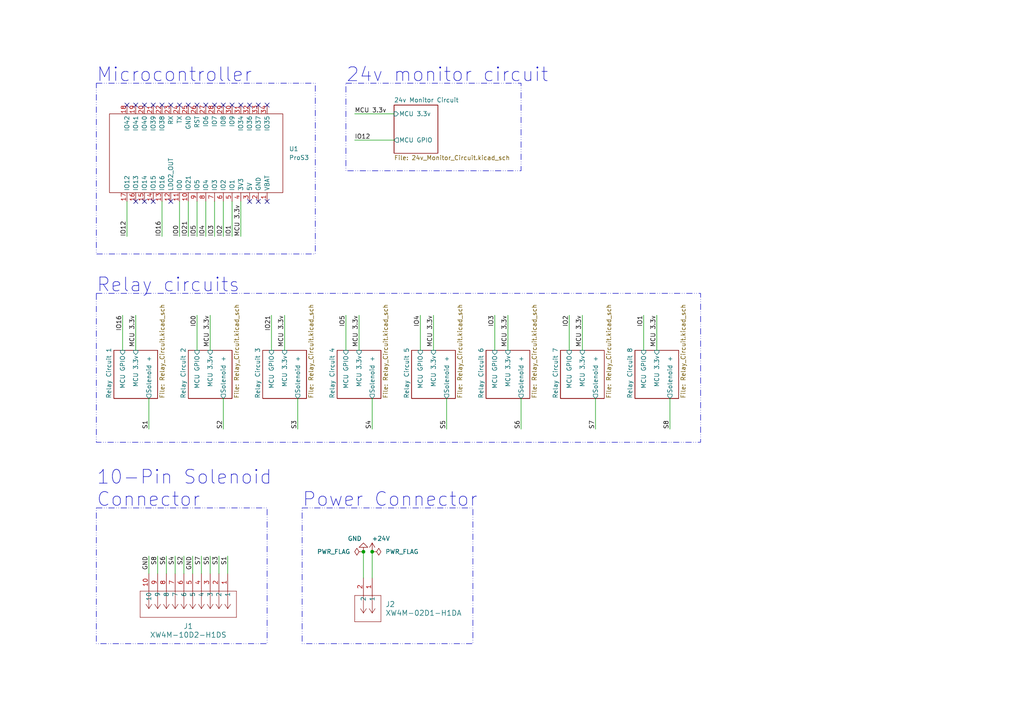
<source format=kicad_sch>
(kicad_sch (version 20230121) (generator eeschema)
  (paper "A4")
  (lib_symbols
    (symbol "ProS3:ProS3"
      (property "Reference" "U" (at 0 -28.956 0))
      (property "Value" "ProS3" (at -0.508 27.178 0))
      (symbol "ProS3_0_1"
        (rectangle (start -11.43 24.892) (end 11.43 -25.4) (stroke (width 0.1524)))
      )
      (symbol "ProS3_1_1"
        (pin power_in line (at 13.97 20.32 180) (length 2.54) (name "VBAT") (number "1"))
        (pin bidirectional line (at 13.97 -2.54 180) (length 2.54) (name "IO21") (number "10"))
        (pin bidirectional line (at 13.97 -5.08 180) (length 2.54) (name "IO0") (number "11"))
        (pin power_out line (at 13.97 -7.62 180) (length 2.54) (name "LDO2_OUT") (number "12"))
        (pin bidirectional line (at 13.97 -10.16 180) (length 2.54) (name "IO16") (number "13"))
        (pin bidirectional line (at 13.97 -12.7 180) (length 2.54) (name "IO15") (number "14"))
        (pin bidirectional line (at 13.97 -15.24 180) (length 2.54) (name "IO14") (number "15"))
        (pin bidirectional line (at 13.97 -17.78 180) (length 2.54) (name "IO13") (number "16"))
        (pin bidirectional line (at 13.97 -20.32 180) (length 2.54) (name "IO12") (number "17"))
        (pin bidirectional line (at -13.97 -20.32 0) (length 2.54) (name "IO42") (number "18"))
        (pin bidirectional line (at -13.97 -17.78 0) (length 2.54) (name "IO41") (number "19"))
        (pin power_in line (at 13.97 17.78 180) (length 2.54) (name "GND") (number "2"))
        (pin bidirectional line (at -13.97 -15.24 0) (length 2.54) (name "IO40") (number "20"))
        (pin bidirectional line (at -13.97 -12.7 0) (length 2.54) (name "IO39") (number "21"))
        (pin bidirectional line (at -13.97 -10.16 0) (length 2.54) (name "IO38") (number "22"))
        (pin bidirectional line (at -13.97 -7.62 0) (length 2.54) (name "RX") (number "23"))
        (pin bidirectional line (at -13.97 -5.08 0) (length 2.54) (name "TX") (number "24"))
        (pin power_in line (at -13.97 -2.54 0) (length 2.54) (name "GND") (number "25"))
        (pin input line (at -13.97 0 0) (length 2.54) (name "RST") (number "26"))
        (pin bidirectional line (at -13.97 2.54 0) (length 2.54) (name "IO6") (number "27"))
        (pin bidirectional line (at -13.97 5.08 0) (length 2.54) (name "IO7") (number "28"))
        (pin bidirectional line (at -13.97 7.62 0) (length 2.54) (name "IO8") (number "29"))
        (pin power_in line (at 13.97 15.24 180) (length 2.54) (name "5V") (number "3"))
        (pin bidirectional line (at -13.97 10.16 0) (length 2.54) (name "IO9") (number "30"))
        (pin bidirectional line (at -13.97 12.7 0) (length 2.54) (name "IO34") (number "31"))
        (pin bidirectional line (at -13.97 15.24 0) (length 2.54) (name "IO36") (number "32"))
        (pin bidirectional line (at -13.97 17.78 0) (length 2.54) (name "IO37") (number "33"))
        (pin bidirectional line (at -13.97 20.32 0) (length 2.54) (name "IO35") (number "34"))
        (pin bidirectional line (at 13.97 12.7 180) (length 2.54) (name "3V3") (number "4"))
        (pin bidirectional line (at 13.97 10.16 180) (length 2.54) (name "IO1") (number "5"))
        (pin bidirectional line (at 13.97 7.62 180) (length 2.54) (name "IO2") (number "6"))
        (pin bidirectional line (at 13.97 5.08 180) (length 2.54) (name "IO3") (number "7"))
        (pin bidirectional line (at 13.97 2.54 180) (length 2.54) (name "IO4") (number "8"))
        (pin bidirectional line (at 13.97 0 180) (length 2.54) (name "IO5") (number "9"))
      )
    )
    (symbol "power:+24V" (power) (pin_names (offset 0))
      (property "Value" "+24V" (at 0 3.556 0))
      (symbol "+24V_0_1"
        (polyline (pts (xy -0.762 1.27) (xy 0 2.54)))
        (polyline (pts (xy 0 0) (xy 0 2.54)))
        (polyline (pts (xy 0 2.54) (xy 0.762 1.27)))
      )
      (symbol "+24V_1_1"
        (pin power_in line (at 0 0 90) (length 0) hide (name "+24V") (number "1"))
      )
    )
    (symbol "power:GND" (power) (pin_names (offset 0))
      (property "Value" "GND" (at 0 -3.81 0))
      (symbol "GND_0_1"
        (polyline (pts (xy 0 0) (xy 0 -1.27) (xy 1.27 -1.27) (xy 0 -2.54) (xy -1.27 -1.27) (xy 0 -1.27)))
      )
      (symbol "GND_1_1"
        (pin power_in line (at 0 0 270) (length 0) hide (name "GND") (number "1"))
      )
    )
    (symbol "power:PWR_FLAG" (power) (pin_numbers hide) (pin_names (offset 0) hide)
      (property "Value" "PWR_FLAG" (at 0 3.81 0))
      (symbol "PWR_FLAG_0_0"
        (pin power_out line (at 0 0 90) (length 0) (name "pwr") (number "1"))
      )
      (symbol "PWR_FLAG_0_1"
        (polyline (pts (xy 0 0) (xy 0 1.27) (xy -1.016 1.905) (xy 0 2.54) (xy 1.016 1.905) (xy 0 1.27)))
      )
    )
    (symbol "xw4m-02d1-h1da:XW4M-02D1-H1DA" (pin_names (offset 0.254))
      (property "Reference" "J" (at 8.89 6.35 0))
      (property "Value" "XW4M-02D1-H1DA" (at 0 0 0))
      (symbol "XW4M-02D1-H1DA_0_1"
        (polyline (pts (xy 5.08 -5.08) (xy 12.7 -5.08)) (stroke (width 0.127)))
        (polyline (pts (xy 5.08 2.54) (xy 5.08 -5.08)) (stroke (width 0.127)))
        (polyline (pts (xy 10.16 -2.54) (xy 5.08 -2.54)) (stroke (width 0.127)))
        (polyline (pts (xy 10.16 -2.54) (xy 8.89 -3.3867)) (stroke (width 0.127)))
        (polyline (pts (xy 10.16 -2.54) (xy 8.89 -1.6933)) (stroke (width 0.127)))
        (polyline (pts (xy 10.16 0) (xy 5.08 0)) (stroke (width 0.127)))
        (polyline (pts (xy 10.16 0) (xy 8.89 -0.8467)) (stroke (width 0.127)))
        (polyline (pts (xy 10.16 0) (xy 8.89 0.8467)) (stroke (width 0.127)))
        (polyline (pts (xy 12.7 -5.08) (xy 12.7 2.54)) (stroke (width 0.127)))
        (polyline (pts (xy 12.7 2.54) (xy 5.08 2.54)) (stroke (width 0.127)))
        (pin unspecified line (at 0 0 0) (length 5.08) (name "1") (number "1"))
        (pin unspecified line (at 0 -2.54 0) (length 5.08) (name "2") (number "2"))
      )
    )
    (symbol "xw4m-10d2-h1ds:XW4M-10D2-H1DS" (pin_names (offset 0.254))
      (property "Reference" "J" (at 8.89 6.35 0))
      (property "Value" "XW4M-10D2-H1DS" (at 0 0 0))
      (symbol "XW4M-10D2-H1DS_0_1"
        (polyline (pts (xy 5.08 -25.4) (xy 12.7 -25.4)) (stroke (width 0.127)))
        (polyline (pts (xy 5.08 2.54) (xy 5.08 -25.4)) (stroke (width 0.127)))
        (polyline (pts (xy 10.16 -22.86) (xy 5.08 -22.86)) (stroke (width 0.127)))
        (polyline (pts (xy 10.16 -22.86) (xy 8.89 -23.7067)) (stroke (width 0.127)))
        (polyline (pts (xy 10.16 -22.86) (xy 8.89 -22.0133)) (stroke (width 0.127)))
        (polyline (pts (xy 10.16 -20.32) (xy 5.08 -20.32)) (stroke (width 0.127)))
        (polyline (pts (xy 10.16 -20.32) (xy 8.89 -21.1667)) (stroke (width 0.127)))
        (polyline (pts (xy 10.16 -20.32) (xy 8.89 -19.4733)) (stroke (width 0.127)))
        (polyline (pts (xy 10.16 -17.78) (xy 5.08 -17.78)) (stroke (width 0.127)))
        (polyline (pts (xy 10.16 -17.78) (xy 8.89 -18.6267)) (stroke (width 0.127)))
        (polyline (pts (xy 10.16 -17.78) (xy 8.89 -16.9333)) (stroke (width 0.127)))
        (polyline (pts (xy 10.16 -15.24) (xy 5.08 -15.24)) (stroke (width 0.127)))
        (polyline (pts (xy 10.16 -15.24) (xy 8.89 -16.0867)) (stroke (width 0.127)))
        (polyline (pts (xy 10.16 -15.24) (xy 8.89 -14.3933)) (stroke (width 0.127)))
        (polyline (pts (xy 10.16 -12.7) (xy 5.08 -12.7)) (stroke (width 0.127)))
        (polyline (pts (xy 10.16 -12.7) (xy 8.89 -13.5467)) (stroke (width 0.127)))
        (polyline (pts (xy 10.16 -12.7) (xy 8.89 -11.8533)) (stroke (width 0.127)))
        (polyline (pts (xy 10.16 -10.16) (xy 5.08 -10.16)) (stroke (width 0.127)))
        (polyline (pts (xy 10.16 -10.16) (xy 8.89 -11.0067)) (stroke (width 0.127)))
        (polyline (pts (xy 10.16 -10.16) (xy 8.89 -9.3133)) (stroke (width 0.127)))
        (polyline (pts (xy 10.16 -7.62) (xy 5.08 -7.62)) (stroke (width 0.127)))
        (polyline (pts (xy 10.16 -7.62) (xy 8.89 -8.4667)) (stroke (width 0.127)))
        (polyline (pts (xy 10.16 -7.62) (xy 8.89 -6.7733)) (stroke (width 0.127)))
        (polyline (pts (xy 10.16 -5.08) (xy 5.08 -5.08)) (stroke (width 0.127)))
        (polyline (pts (xy 10.16 -5.08) (xy 8.89 -5.9267)) (stroke (width 0.127)))
        (polyline (pts (xy 10.16 -5.08) (xy 8.89 -4.2333)) (stroke (width 0.127)))
        (polyline (pts (xy 10.16 -2.54) (xy 5.08 -2.54)) (stroke (width 0.127)))
        (polyline (pts (xy 10.16 -2.54) (xy 8.89 -3.3867)) (stroke (width 0.127)))
        (polyline (pts (xy 10.16 -2.54) (xy 8.89 -1.6933)) (stroke (width 0.127)))
        (polyline (pts (xy 10.16 0) (xy 5.08 0)) (stroke (width 0.127)))
        (polyline (pts (xy 10.16 0) (xy 8.89 -0.8467)) (stroke (width 0.127)))
        (polyline (pts (xy 10.16 0) (xy 8.89 0.8467)) (stroke (width 0.127)))
        (polyline (pts (xy 12.7 -25.4) (xy 12.7 2.54)) (stroke (width 0.127)))
        (polyline (pts (xy 12.7 2.54) (xy 5.08 2.54)) (stroke (width 0.127)))
        (pin unspecified line (at 0 0 0) (length 5.08) (name "1") (number "1"))
        (pin unspecified line (at 0 -22.86 0) (length 5.08) (name "10") (number "10"))
        (pin unspecified line (at 0 -2.54 0) (length 5.08) (name "2") (number "2"))
        (pin unspecified line (at 0 -5.08 0) (length 5.08) (name "3") (number "3"))
        (pin unspecified line (at 0 -7.62 0) (length 5.08) (name "4") (number "4"))
        (pin unspecified line (at 0 -10.16 0) (length 5.08) (name "5") (number "5"))
        (pin unspecified line (at 0 -12.7 0) (length 5.08) (name "6") (number "6"))
        (pin unspecified line (at 0 -15.24 0) (length 5.08) (name "7") (number "7"))
        (pin unspecified line (at 0 -17.78 0) (length 5.08) (name "8") (number "8"))
        (pin unspecified line (at 0 -20.32 0) (length 5.08) (name "9") (number "9"))
      )
    )
  )
  (junction (at 107.95 160.02))
  (junction (at 105.41 160.02))
  (no_connect (at 69.85 30.48))
  (no_connect (at 49.53 30.48))
  (no_connect (at 41.91 30.48))
  (no_connect (at 77.47 58.42))
  (no_connect (at 41.91 58.42))
  (no_connect (at 62.23 30.48))
  (no_connect (at 74.93 30.48))
  (no_connect (at 39.37 58.42))
  (no_connect (at 72.39 58.42))
  (no_connect (at 64.77 30.48))
  (no_connect (at 44.45 30.48))
  (no_connect (at 36.83 30.48))
  (no_connect (at 74.93 58.42))
  (no_connect (at 77.47 30.48))
  (no_connect (at 72.39 30.48))
  (no_connect (at 49.53 58.42))
  (no_connect (at 59.69 30.48))
  (no_connect (at 57.15 30.48))
  (no_connect (at 39.37 30.48))
  (no_connect (at 52.07 30.48))
  (no_connect (at 44.45 58.42))
  (no_connect (at 46.99 30.48))
  (no_connect (at 54.61 30.48))
  (no_connect (at 67.31 30.48))
  (wire (pts (xy 45.72 161.29) (xy 45.72 166.37)))
  (wire (pts (xy 168.91 91.44) (xy 168.91 101.6)))
  (wire (pts (xy 69.85 58.42) (xy 69.85 68.58)))
  (wire (pts (xy 194.31 115.57) (xy 194.31 124.46)))
  (wire (pts (xy 43.18 115.57) (xy 43.18 124.46)))
  (wire (pts (xy 107.95 115.57) (xy 107.95 124.46)))
  (wire (pts (xy 46.99 58.42) (xy 46.99 68.58)))
  (wire (pts (xy 78.74 91.44) (xy 78.74 101.6)))
  (wire (pts (xy 104.14 91.44) (xy 104.14 101.6)))
  (wire (pts (xy 105.41 160.02) (xy 105.41 167.64)))
  (wire (pts (xy 54.61 58.42) (xy 54.61 68.58)))
  (wire (pts (xy 100.33 91.44) (xy 100.33 101.6)))
  (wire (pts (xy 62.23 58.42) (xy 62.23 68.58)))
  (wire (pts (xy 64.77 58.42) (xy 64.77 68.58)))
  (wire (pts (xy 143.51 91.44) (xy 143.51 101.6)))
  (wire (pts (xy 50.8 161.29) (xy 50.8 166.37)))
  (wire (pts (xy 107.95 160.02) (xy 107.95 167.64)))
  (wire (pts (xy 172.72 115.57) (xy 172.72 124.46)))
  (wire (pts (xy 59.69 58.42) (xy 59.69 68.58)))
  (wire (pts (xy 52.07 58.42) (xy 52.07 68.58)))
  (wire (pts (xy 147.32 91.44) (xy 147.32 101.6)))
  (wire (pts (xy 63.5 161.29) (xy 63.5 166.37)))
  (wire (pts (xy 57.15 91.44) (xy 57.15 101.6)))
  (wire (pts (xy 129.54 115.57) (xy 129.54 124.46)))
  (wire (pts (xy 82.55 91.44) (xy 82.55 101.6)))
  (wire (pts (xy 53.34 161.29) (xy 53.34 166.37)))
  (wire (pts (xy 102.87 33.02) (xy 114.3 33.02)))
  (wire (pts (xy 35.56 91.44) (xy 35.56 101.6)))
  (wire (pts (xy 48.26 161.29) (xy 48.26 166.37)))
  (wire (pts (xy 57.15 58.42) (xy 57.15 68.58)))
  (wire (pts (xy 60.96 161.29) (xy 60.96 166.37)))
  (wire (pts (xy 58.42 161.29) (xy 58.42 166.37)))
  (wire (pts (xy 121.92 91.44) (xy 121.92 101.6)))
  (wire (pts (xy 102.87 40.64) (xy 114.3 40.64)))
  (wire (pts (xy 36.83 58.42) (xy 36.83 68.58)))
  (wire (pts (xy 190.5 91.44) (xy 190.5 101.6)))
  (wire (pts (xy 67.31 58.42) (xy 67.31 68.58)))
  (wire (pts (xy 60.96 91.44) (xy 60.96 101.6)))
  (wire (pts (xy 43.18 161.29) (xy 43.18 166.37)))
  (wire (pts (xy 125.73 91.44) (xy 125.73 101.6)))
  (wire (pts (xy 186.69 91.44) (xy 186.69 101.6)))
  (wire (pts (xy 55.88 161.29) (xy 55.88 166.37)))
  (wire (pts (xy 64.77 115.57) (xy 64.77 124.46)))
  (wire (pts (xy 151.13 115.57) (xy 151.13 124.46)))
  (wire (pts (xy 39.37 91.44) (xy 39.37 101.6)))
  (wire (pts (xy 165.1 91.44) (xy 165.1 101.6)))
  (wire (pts (xy 86.36 115.57) (xy 86.36 124.46)))
  (wire (pts (xy 66.04 161.29) (xy 66.04 166.37)))
  (rectangle (start 87.63 147.32) (end 137.16 186.69) (stroke (width 0) (type dash_dot_dot)))
  (rectangle (start 27.94 85.09) (end 203.2 128.27) (stroke (width 0) (type dash_dot_dot)))
  (rectangle (start 27.94 147.32) (end 77.47 186.69) (stroke (width 0) (type dash_dot_dot)))
  (rectangle (start 100.33 24.13) (end 151.13 49.53) (stroke (width 0) (type dash_dot_dot)))
  (rectangle (start 27.94 24.13) (end 91.44 73.66) (stroke (width 0) (type dash_dot_dot)))
  (text "Relay circuits" (at 27.94 85.09 0) (effects (font (size 4 4)) (justify left bottom)))
  (text "Power Connector" (at 87.63 147.32 0) (effects (font (size 4 4)) (justify left bottom)))
  (text "10-Pin Solenoid \nConnector" (at 27.94 147.32 0) (effects (font (size 4 4)) (justify left bottom)))
  (text "Microcontroller" (at 27.94 24.13 0) (effects (font (size 4 4)) (justify left bottom)))
  (text "24v monitor circuit" (at 100.33 24.13 0) (effects (font (size 4 4)) (justify left bottom)))
  (label "S4" (at 50.8 161.29 270))
  (label "MCU 3.3v" (at 82.55 91.44 270))
  (label "IO1" (at 186.69 91.44 270))
  (label "S8" (at 194.31 124.46 90))
  (label "S6" (at 48.26 161.29 270))
  (label "S3" (at 63.5 161.29 270))
  (label "IO0" (at 52.07 68.58 90))
  (label "S1" (at 66.04 161.29 270))
  (label "S1" (at 43.18 124.46 90))
  (label "IO21" (at 54.61 68.58 90))
  (label "S7" (at 172.72 124.46 90))
  (label "IO12" (at 102.87 40.64 0))
  (label "IO2" (at 165.1 91.44 270))
  (label "MCU 3.3v" (at 104.14 91.44 270))
  (label "IO0" (at 57.15 91.44 270))
  (label "IO2" (at 64.77 68.58 90))
  (label "IO3" (at 143.51 91.44 270))
  (label "S8" (at 45.72 161.29 270))
  (label "S5" (at 129.54 124.46 90))
  (label "MCU 3.3v" (at 147.32 91.44 270))
  (label "IO21" (at 78.74 91.44 270))
  (label "GND" (at 43.18 161.29 270))
  (label "MCU 3.3v" (at 168.91 91.44 270))
  (label "GND" (at 55.88 161.29 270))
  (label "MCU 3.3v" (at 125.73 91.44 270))
  (label "S7" (at 58.42 161.29 270))
  (label "MCU 3.3v" (at 190.5 91.44 270))
  (label "S2" (at 64.77 124.46 90))
  (label "MCU 3.3v" (at 69.85 68.58 90))
  (label "MCU 3.3v" (at 39.37 91.44 270))
  (label "S3" (at 86.36 124.46 90))
  (label "IO5" (at 100.33 91.44 270))
  (label "IO3" (at 62.23 68.58 90))
  (label "IO4" (at 121.92 91.44 270))
  (label "S2" (at 53.34 161.29 270))
  (label "IO12" (at 36.83 68.58 90))
  (label "S4" (at 107.95 124.46 90))
  (label "IO16" (at 46.99 68.58 90))
  (label "IO1" (at 67.31 68.58 90))
  (label "IO16" (at 35.56 91.44 270))
  (label "S6" (at 151.13 124.46 90))
  (label "S5" (at 60.96 161.29 270))
  (label "MCU 3.3v" (at 60.96 91.44 270))
  (label "IO5" (at 57.15 68.58 90))
  (label "IO4" (at 59.69 68.58 90))
  (label "MCU 3.3v" (at 102.87 33.02 0))
  (symbol (lib_id "power:+24V") (at 107.95 160.02 0) (unit 1)
    (property "Reference" "#PWR02" (effects hide))
    (property "Value" "+24V" (at 110.49 156.21 0))
  )
  (symbol (lib_id "power:GND") (at 105.41 160.02 180) (unit 1)
    (property "Reference" "#PWR01" (effects hide))
    (property "Value" "GND" (at 102.87 156.21 0))
  )
  (symbol (lib_id "ProS3:ProS3") (at 57.15 44.45 270) (unit 1)
    (property "Reference" "U1" (at 83.82 43.18 90) (effects (justify left)))
    (property "Value" "ProS3" (at 83.82 45.72 90) (effects (justify left)))
    (property "Footprint" "ProS3:ProS3_TH" (effects hide))
  )
  (symbol (lib_id "power:PWR_FLAG") (at 105.41 160.02 90) (unit 1)
    (property "Reference" "#FLG01" (effects hide))
    (property "Value" "PWR_FLAG" (at 101.6 160.02 90) (effects (justify left)))
  )
  (symbol (lib_id "xw4m-02d1-h1da:XW4M-02D1-H1DA") (at 107.95 167.64 270) (unit 1)
    (property "Reference" "J2" (at 111.76 175.26 90) (effects (font (size 1.524 1.524)) (justify left)))
    (property "Value" "XW4M-02D1-H1DA" (at 111.76 177.8 90) (effects (font (size 1.524 1.524)) (justify left)))
    (property "Footprint" "xw4m-02d1-h1da:xw4m-02d1-h1da" (effects hide))
    (property "Datasheet" "XW4M-02D1-H1DA" (effects hide))
  )
  (symbol (lib_id "power:PWR_FLAG") (at 107.95 160.02 270) (unit 1)
    (property "Reference" "#FLG02" (effects hide))
    (property "Value" "PWR_FLAG" (at 111.76 160.02 90) (effects (justify left)))
  )
  (symbol (lib_id "xw4m-10d2-h1ds:XW4M-10D2-H1DS") (at 66.04 166.37 270) (unit 1)
    (property "Reference" "J1" (at 54.61 181.61 90) (effects (font (size 1.524 1.524))))
    (property "Value" "XW4M-10D2-H1DS" (at 54.61 184.15 90) (effects (font (size 1.524 1.524))))
    (property "Footprint" "xw4m-10d2-h1ds:xw4m-10d2-h1ds" (effects hide))
    (property "Datasheet" "XW4M-10D2-H1DS" (effects hide))
  )
  (sheet (at 54.61 101.6) (size 12.7 13.97) (stroke (width 0.1524))
    (property "Sheetname" "Relay Circuit 2" (at 53.8984 115.57 90) (effects (justify left bottom)))
    (property "Sheetfile" "Relay_Circuit.kicad_sch" (at 67.8946 115.57 90) (effects (justify left top)))
    (pin "MCU 3.3v" input (at 60.96 101.6 90))
    (pin "MCU GPIO" input (at 57.15 101.6 90))
    (pin "Solenoid +" output (at 64.77 115.57 270))
  )
  (sheet (at 140.97 101.6) (size 12.7 13.97) (stroke (width 0.1524))
    (property "Sheetname" "Relay Circuit 6" (at 140.2584 115.57 90) (effects (justify left bottom)))
    (property "Sheetfile" "Relay_Circuit.kicad_sch" (at 154.2546 115.57 90) (effects (justify left top)))
    (pin "MCU 3.3v" input (at 147.32 101.6 90))
    (pin "MCU GPIO" input (at 143.51 101.6 90))
    (pin "Solenoid +" output (at 151.13 115.57 270))
  )
  (sheet (at 114.3 30.48) (size 12.7 13.97) (stroke (width 0.1524))
    (property "Sheetname" "24v Monitor Circuit" (at 114.3 29.7684 0) (effects (justify left bottom)))
    (property "Sheetfile" "24v_Monitor_Circuit.kicad_sch" (at 114.3 45.0346 0) (effects (justify left top)))
    (pin "MCU 3.3v" input (at 114.3 33.02 180))
    (pin "MCU GPIO" output (at 114.3 40.64 180))
  )
  (sheet (at 184.15 101.6) (size 12.7 13.97) (stroke (width 0.1524))
    (property "Sheetname" "Relay Circuit 8" (at 183.4384 115.57 90) (effects (justify left bottom)))
    (property "Sheetfile" "Relay_Circuit.kicad_sch" (at 197.4346 115.57 90) (effects (justify left top)))
    (pin "MCU 3.3v" input (at 190.5 101.6 90))
    (pin "MCU GPIO" input (at 186.69 101.6 90))
    (pin "Solenoid +" output (at 194.31 115.57 270))
  )
  (sheet (at 97.79 101.6) (size 12.7 13.97) (stroke (width 0.1524))
    (property "Sheetname" "Relay Circuit 4" (at 97.0784 115.57 90) (effects (justify left bottom)))
    (property "Sheetfile" "Relay_Circuit.kicad_sch" (at 111.0746 115.57 90) (effects (justify left top)))
    (pin "MCU 3.3v" input (at 104.14 101.6 90))
    (pin "MCU GPIO" input (at 100.33 101.6 90))
    (pin "Solenoid +" output (at 107.95 115.57 270))
  )
  (sheet (at 119.38 101.6) (size 12.7 13.97) (stroke (width 0.1524))
    (property "Sheetname" "Relay Circuit 5" (at 118.6684 115.57 90) (effects (justify left bottom)))
    (property "Sheetfile" "Relay_Circuit.kicad_sch" (at 132.6646 115.57 90) (effects (justify left top)))
    (pin "MCU 3.3v" input (at 125.73 101.6 90))
    (pin "MCU GPIO" input (at 121.92 101.6 90))
    (pin "Solenoid +" output (at 129.54 115.57 270))
  )
  (sheet (at 76.2 101.6) (size 12.7 13.97) (stroke (width 0.1524))
    (property "Sheetname" "Relay Circuit 3" (at 75.4884 115.57 90) (effects (justify left bottom)))
    (property "Sheetfile" "Relay_Circuit.kicad_sch" (at 89.4846 115.57 90) (effects (justify left top)))
    (pin "MCU 3.3v" input (at 82.55 101.6 90))
    (pin "MCU GPIO" input (at 78.74 101.6 90))
    (pin "Solenoid +" output (at 86.36 115.57 270))
  )
  (sheet (at 162.56 101.6) (size 12.7 13.97) (stroke (width 0.1524))
    (property "Sheetname" "Relay Circuit 7" (at 161.8484 115.57 90) (effects (justify left bottom)))
    (property "Sheetfile" "Relay_Circuit.kicad_sch" (at 175.8446 115.57 90) (effects (justify left top)))
    (pin "MCU 3.3v" input (at 168.91 101.6 90))
    (pin "MCU GPIO" input (at 165.1 101.6 90))
    (pin "Solenoid +" output (at 172.72 115.57 270))
  )
  (sheet (at 33.02 101.6) (size 12.7 13.97) (stroke (width 0.1524))
    (property "Sheetname" "Relay Circuit 1" (at 32.3084 115.57 90) (effects (justify left bottom)))
    (property "Sheetfile" "Relay_Circuit.kicad_sch" (at 46.3046 115.57 90) (effects (justify left top)))
    (pin "MCU 3.3v" input (at 39.37 101.6 90))
    (pin "MCU GPIO" input (at 35.56 101.6 90))
    (pin "Solenoid +" output (at 43.18 115.57 270))
  )
)
</source>
